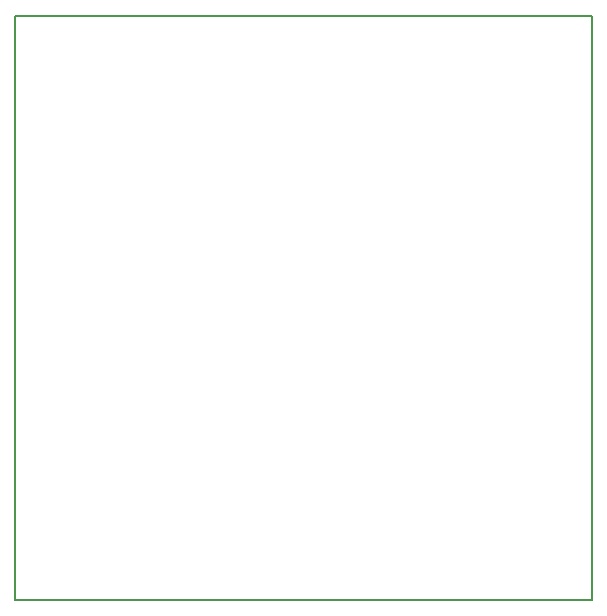
<source format=gm1>
G04 #@! TF.GenerationSoftware,KiCad,Pcbnew,(6.0.7)*
G04 #@! TF.CreationDate,2022-12-27T14:57:14-05:00*
G04 #@! TF.ProjectId,smt_oven_120AC,736d745f-6f76-4656-9e5f-31323041432e,rev?*
G04 #@! TF.SameCoordinates,Original*
G04 #@! TF.FileFunction,Profile,NP*
%FSLAX46Y46*%
G04 Gerber Fmt 4.6, Leading zero omitted, Abs format (unit mm)*
G04 Created by KiCad (PCBNEW (6.0.7)) date 2022-12-27 14:57:14*
%MOMM*%
%LPD*%
G01*
G04 APERTURE LIST*
G04 #@! TA.AperFunction,Profile*
%ADD10C,0.150000*%
G04 #@! TD*
G04 APERTURE END LIST*
D10*
X53050000Y-30600000D02*
X101900000Y-30600000D01*
X101900000Y-30600000D02*
X101900000Y-80100000D01*
X101900000Y-80100000D02*
X53050000Y-80100000D01*
X53050000Y-80100000D02*
X53050000Y-30600000D01*
M02*

</source>
